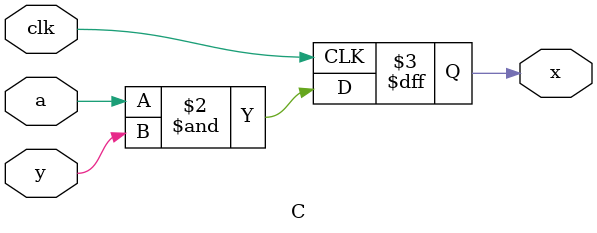
<source format=v>
module C(
   x,
   clk, a, y
   );
   input clk;
   input a, y;
   output reg x ;
   always @(posedge clk) begin
     x <= a & y;
   end
endmodule
</source>
